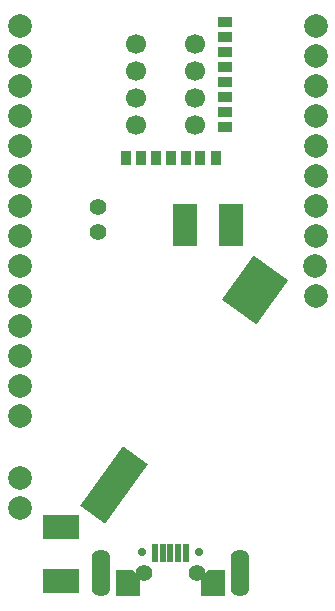
<source format=gbr>
G04 DipTrace 3.2.0.1*
G04 BottomMask.gbr*
%MOIN*%
G04 #@! TF.FileFunction,Soldermask,Bot*
G04 #@! TF.Part,Single*
%AMOUTLINE4*
4,1,4,
0.112859,0.069121,
-0.029799,-0.128947,
-0.112859,-0.069121,
0.029799,0.128947,
0.112859,0.069121,
0*%
%AMOUTLINE7*
4,1,4,
0.110426,0.032059,
0.00458,-0.114893,
-0.110426,-0.032059,
-0.00458,0.114893,
0.110426,0.032059,
0*%
%AMOUTLINE10*
4,1,5,
-0.03937,0.017379,
-0.03937,-0.043307,
0.03937,-0.043307,
0.03937,0.043307,
-0.013442,0.043307,
-0.03937,0.017379,
0*%
%AMOUTLINE13*
4,1,5,
-0.03937,-0.043307,
0.03937,-0.043307,
0.03937,0.017379,
0.013442,0.043307,
-0.03937,0.043307,
-0.03937,-0.043307,
0*%
%ADD47C,0.055118*%
%ADD48C,0.027559*%
%ADD50C,0.055118*%
%ADD52R,0.023622X0.061024*%
%ADD56O,0.062992X0.15748*%
%ADD66R,0.037402X0.051181*%
%ADD68R,0.051181X0.037402*%
%ADD78C,0.066929*%
%ADD80C,0.07874*%
%ADD82C,0.07874*%
%ADD84R,0.082677X0.141732*%
%ADD86R,0.122047X0.080709*%
%ADD99OUTLINE4*%
%ADD102OUTLINE7*%
%ADD105OUTLINE10*%
%ADD108OUTLINE13*%
%FSLAX26Y26*%
G04*
G70*
G90*
G75*
G01*
G04 BotMask*
%LPD*%
D86*
X-349234Y-1507504D3*
Y-1688606D3*
D84*
X64091Y-503238D3*
X217634D3*
D82*
X-484252Y-140157D3*
Y-40157D3*
Y59843D3*
Y159843D3*
X500787Y-140157D3*
Y-40157D3*
Y59843D3*
Y159843D3*
X-484252Y-539764D3*
Y-439764D3*
Y-339764D3*
Y-239764D3*
X500787Y-540157D3*
Y-440157D3*
Y-340157D3*
Y-240157D3*
X-485827Y-639370D3*
D80*
X-484252Y-739370D3*
D82*
X-485827Y-839370D3*
D80*
X-484252Y-939370D3*
D82*
X-485827Y-1037402D3*
D80*
X-484252Y-1137402D3*
D82*
X-485827Y-1345236D3*
D80*
X-484252Y-1445236D3*
D78*
X98425Y102362D3*
X-98425D3*
X98425Y11811D3*
X-98425D3*
X98425Y-78740D3*
X-98425D3*
X98425Y-169291D3*
X-98425D3*
D82*
X499213Y-639370D3*
D80*
X500787Y-739370D3*
D68*
X197638Y-174409D3*
Y-124016D3*
Y-74409D3*
Y-24016D3*
Y25984D3*
Y75984D3*
Y125984D3*
D66*
X-133465Y-279528D3*
X-83465D3*
X-33465D3*
X16535D3*
X66535D3*
X116142D3*
X166535D3*
D68*
X197638Y175984D3*
D56*
X246850Y-1661417D3*
X-213780D3*
D47*
X-72047D3*
X105118D3*
D99*
X-170356Y-1369114D3*
D102*
X297883Y-719004D3*
D52*
X16311Y-1595785D3*
X-9280D3*
X41902D3*
X67492D3*
X-34870D3*
D105*
X159028Y-1697163D3*
D108*
X-126406D3*
D48*
X-79161Y-1592832D3*
X111783D3*
D50*
X-226690Y-526276D3*
Y-443598D3*
M02*

</source>
